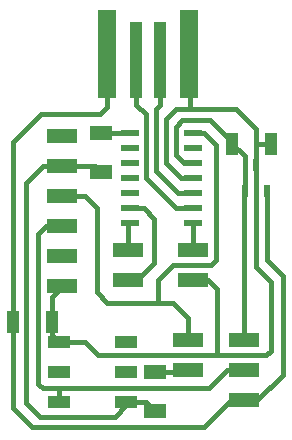
<source format=gbr>
G04 EAGLE Gerber RS-274X export*
G75*
%MOMM*%
%FSLAX34Y34*%
%LPD*%
%INTop Copper*%
%IPPOS*%
%AMOC8*
5,1,8,0,0,1.08239X$1,22.5*%
G01*
%ADD10R,1.500000X0.600000*%
%ADD11R,0.508000X1.016000*%
%ADD12R,1.500000X7.500000*%
%ADD13R,1.000000X6.500000*%
%ADD14R,1.016000X1.905000*%
%ADD15R,1.900000X1.020000*%
%ADD16R,2.540000X1.270000*%
%ADD17R,1.905000X1.270000*%
%ADD18C,0.406400*%


D10*
X122860Y269240D03*
X122860Y256540D03*
X122860Y243840D03*
X122860Y231140D03*
X122860Y218440D03*
X122860Y205740D03*
X122860Y193040D03*
X176860Y193040D03*
X176860Y205740D03*
X176860Y218440D03*
X176860Y231140D03*
X176860Y243840D03*
X176860Y256540D03*
X176860Y269240D03*
D11*
X229870Y242140D03*
X239370Y220140D03*
X220370Y220140D03*
D12*
X103430Y336010D03*
X173430Y336010D03*
D13*
X128430Y331010D03*
X148430Y331010D03*
D14*
X242570Y260350D03*
X209550Y260350D03*
D15*
X119940Y41910D03*
X62940Y41910D03*
X119940Y67310D03*
X62940Y67310D03*
X119940Y92710D03*
X62940Y92710D03*
D16*
X66040Y139700D03*
X66040Y165100D03*
X66040Y190500D03*
X66040Y215900D03*
X66040Y241300D03*
X66040Y266700D03*
X172720Y68580D03*
X172720Y93980D03*
X219700Y93980D03*
X219700Y68580D03*
X219700Y43180D03*
D17*
X144780Y67310D03*
X144780Y34290D03*
X99060Y236220D03*
X99060Y269240D03*
D14*
X57150Y109220D03*
X24130Y109220D03*
D16*
X121920Y170180D03*
X121920Y144780D03*
X176520Y170180D03*
X176520Y144780D03*
D18*
X176860Y231140D02*
X166700Y231140D01*
X153742Y244098D01*
X153742Y281016D01*
X162286Y289560D02*
X173990Y289560D01*
X162286Y289560D02*
X153742Y281016D01*
X173990Y289560D02*
X213360Y289560D01*
X189220Y144780D02*
X196850Y137150D01*
X196850Y81280D01*
X238760Y81280D01*
X242570Y85090D02*
X242570Y143510D01*
X229870Y273050D02*
X213360Y289560D01*
X229870Y273050D02*
X229870Y259080D01*
X229870Y242140D01*
X229870Y156210D01*
X242570Y143510D01*
X242570Y85090D02*
X238760Y81280D01*
X229870Y259080D02*
X231140Y260350D01*
X242570Y260350D01*
X196850Y81280D02*
X96520Y81280D01*
X62940Y92710D02*
X57150Y98500D01*
X57150Y109220D01*
X57150Y130810D01*
X66040Y139700D01*
X62940Y92710D02*
X85090Y92710D01*
X96520Y81280D01*
X173990Y289560D02*
X173990Y335450D01*
X173430Y336010D01*
X128430Y331010D02*
X128430Y293336D01*
X162560Y205740D02*
X176860Y205740D01*
X136710Y231590D02*
X136710Y285056D01*
X128430Y293336D01*
X136710Y231590D02*
X162560Y205740D01*
X145128Y237142D02*
X145128Y289560D01*
X163830Y218440D02*
X176860Y218440D01*
X163830Y218440D02*
X145128Y237142D01*
X148430Y292862D02*
X148430Y331010D01*
X148430Y292862D02*
X145128Y289560D01*
X134794Y205692D02*
X122908Y205692D01*
X122860Y205740D01*
X134794Y205692D02*
X143822Y196664D01*
X143822Y159062D01*
X132080Y147320D01*
X124460Y147320D02*
X121920Y144780D01*
X124460Y147320D02*
X132080Y147320D01*
X121920Y170180D02*
X121920Y192100D01*
X122860Y193040D01*
X176520Y170180D02*
X176860Y170520D01*
X176860Y193040D01*
X48260Y285750D02*
X24130Y261620D01*
X103430Y291390D02*
X103430Y336010D01*
X97790Y285750D02*
X48260Y285750D01*
X97790Y285750D02*
X103430Y291390D01*
X24130Y261620D02*
X24130Y109220D01*
X24130Y36830D02*
X40640Y20320D01*
X219700Y43180D02*
X219700Y45143D01*
X185786Y20320D02*
X40640Y20320D01*
X185786Y20320D02*
X210609Y45143D01*
X219700Y45143D01*
X231140Y43180D02*
X252730Y64770D01*
X231140Y43180D02*
X219700Y43180D01*
X252730Y64770D02*
X252730Y148590D01*
X239370Y161950D01*
X24130Y109220D02*
X24130Y36830D01*
X239370Y161950D02*
X239370Y220140D01*
X195704Y259286D02*
X185750Y269240D01*
X176860Y269240D01*
X195704Y259286D02*
X195704Y161414D01*
X191516Y157226D01*
X147320Y144780D02*
X147320Y125730D01*
X159766Y157226D02*
X191516Y157226D01*
X159766Y157226D02*
X147320Y144780D01*
X85090Y215900D02*
X66040Y215900D01*
X95250Y134620D02*
X104140Y125730D01*
X147320Y125730D01*
X95250Y205740D02*
X85090Y215900D01*
X95250Y205740D02*
X95250Y134620D01*
X172720Y113030D02*
X172720Y93980D01*
X160020Y125730D02*
X147320Y125730D01*
X160020Y125730D02*
X172720Y113030D01*
X122860Y269240D02*
X99060Y269240D01*
X205740Y68580D02*
X219700Y68580D01*
X205740Y68580D02*
X190500Y53340D01*
X63500Y53340D01*
X62940Y52780D01*
X62940Y41910D01*
X62940Y52780D02*
X62380Y53340D01*
X49530Y53340D02*
X45720Y57150D01*
X45720Y184150D01*
X52070Y190500D02*
X66040Y190500D01*
X62380Y53340D02*
X49530Y53340D01*
X45720Y184150D02*
X52070Y190500D01*
X209550Y260350D02*
X220370Y249530D01*
X220370Y220140D01*
X219700Y219470D02*
X219700Y93980D01*
X176860Y243840D02*
X168910Y243840D01*
X162248Y250502D01*
X176860Y243840D02*
X181940Y243840D01*
X191008Y280162D02*
X167640Y280162D01*
X191008Y280162D02*
X209550Y261620D01*
X167640Y280162D02*
X162248Y274770D01*
X162248Y250502D01*
X93980Y241300D02*
X66040Y241300D01*
X93980Y241300D02*
X99060Y236220D01*
X119940Y41910D02*
X137160Y41910D01*
X144780Y34290D01*
X66040Y241300D02*
X49530Y241300D01*
X35560Y227330D01*
X46990Y29210D02*
X110490Y29210D01*
X35560Y40640D02*
X35560Y227330D01*
X35560Y40640D02*
X46990Y29210D01*
X119940Y38660D02*
X119940Y41910D01*
X119940Y38660D02*
X110490Y29210D01*
X144780Y67310D02*
X171450Y67310D01*
X172720Y68580D01*
M02*

</source>
